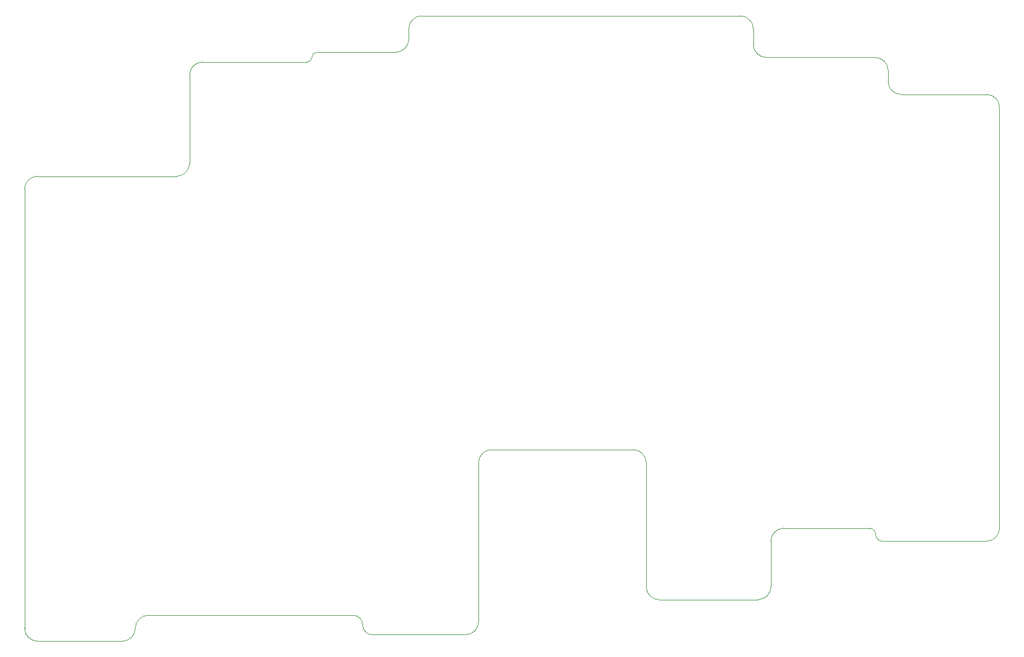
<source format=gbr>
G04 #@! TF.GenerationSoftware,KiCad,Pcbnew,5.1.7-a382d34a8~88~ubuntu18.04.1*
G04 #@! TF.CreationDate,2020-12-29T23:08:14-05:00*
G04 #@! TF.ProjectId,snowflake-right,736e6f77-666c-4616-9b65-2d7269676874,rev?*
G04 #@! TF.SameCoordinates,Original*
G04 #@! TF.FileFunction,Profile,NP*
%FSLAX46Y46*%
G04 Gerber Fmt 4.6, Leading zero omitted, Abs format (unit mm)*
G04 Created by KiCad (PCBNEW 5.1.7-a382d34a8~88~ubuntu18.04.1) date 2020-12-29 23:08:14*
%MOMM*%
%LPD*%
G01*
G04 APERTURE LIST*
G04 #@! TA.AperFunction,Profile*
%ADD10C,0.050000*%
G04 #@! TD*
G04 APERTURE END LIST*
D10*
X147650000Y-146550000D02*
G75*
G03*
X149650000Y-144550000I0J2000000D01*
G01*
X81750000Y-75950000D02*
G75*
G03*
X79750000Y-77950000I0J-2000000D01*
G01*
X103150000Y-75950000D02*
G75*
G03*
X105150000Y-73950000I0J2000000D01*
G01*
X107150000Y-58350000D02*
G75*
G03*
X105150000Y-60350000I0J-2000000D01*
G01*
X123250000Y-58350000D02*
G75*
G03*
X124000000Y-57600000I0J750000D01*
G01*
X124750000Y-56850000D02*
G75*
G03*
X124000000Y-57600000I0J-750000D01*
G01*
X138900000Y-53250000D02*
X138900000Y-54850000D01*
X140900000Y-51250000D02*
G75*
G03*
X138900000Y-53250000I0J-2000000D01*
G01*
X136900000Y-56850000D02*
G75*
G03*
X138900000Y-54850000I0J2000000D01*
G01*
X191950000Y-53250000D02*
X191950000Y-55650000D01*
X191950000Y-53250000D02*
G75*
G03*
X189950000Y-51250000I-2000000J0D01*
G01*
X191950000Y-55650000D02*
G75*
G03*
X193950000Y-57650000I2000000J0D01*
G01*
X212700000Y-59650000D02*
X212700000Y-61350000D01*
X212700000Y-59650000D02*
G75*
G03*
X210700000Y-57650000I-2000000J0D01*
G01*
X212700000Y-61350000D02*
G75*
G03*
X214700000Y-63350000I2000000J0D01*
G01*
X229850000Y-65350000D02*
G75*
G03*
X227850000Y-63350000I-2000000J0D01*
G01*
X227850000Y-132150000D02*
G75*
G03*
X229850000Y-130150000I0J2000000D01*
G01*
X210800000Y-131150000D02*
G75*
G03*
X211800000Y-132150000I1000000J0D01*
G01*
X210800000Y-131150000D02*
G75*
G03*
X209800000Y-130150000I-1000000J0D01*
G01*
X196650000Y-130150000D02*
G75*
G03*
X194650000Y-132150000I0J-2000000D01*
G01*
X192650000Y-141150000D02*
G75*
G03*
X194650000Y-139150000I0J2000000D01*
G01*
X175450000Y-139150000D02*
G75*
G03*
X177450000Y-141150000I2000000J0D01*
G01*
X175450000Y-120050000D02*
G75*
G03*
X173450000Y-118050000I-2000000J0D01*
G01*
X151650000Y-118050000D02*
G75*
G03*
X149650000Y-120050000I0J-2000000D01*
G01*
X131800000Y-145050000D02*
G75*
G03*
X133300000Y-146550000I1500000J0D01*
G01*
X131800000Y-145050000D02*
G75*
G03*
X130300000Y-143550000I-1500000J0D01*
G01*
X94800000Y-147550000D02*
G75*
G03*
X96800000Y-145550000I0J2000000D01*
G01*
X98800000Y-143550000D02*
G75*
G03*
X96800000Y-145550000I0J-2000000D01*
G01*
X79750000Y-145550000D02*
G75*
G03*
X81750000Y-147550000I2000000J0D01*
G01*
X94800000Y-147550000D02*
X81750000Y-147550000D01*
X130300000Y-143550000D02*
X98800000Y-143550000D01*
X147650000Y-146550000D02*
X133300000Y-146550000D01*
X149650000Y-120050000D02*
X149650000Y-144550000D01*
X173450000Y-118050000D02*
X151650000Y-118050000D01*
X175450000Y-139150000D02*
X175450000Y-120050000D01*
X192650000Y-141150000D02*
X177450000Y-141150000D01*
X194650000Y-132150000D02*
X194650000Y-139150000D01*
X209800000Y-130150000D02*
X196650000Y-130150000D01*
X227850000Y-132150000D02*
X211800000Y-132150000D01*
X229850000Y-65350000D02*
X229850000Y-130150000D01*
X214700000Y-63350000D02*
X227850000Y-63350000D01*
X193950000Y-57650000D02*
X210700000Y-57650000D01*
X140900000Y-51250000D02*
X189950000Y-51250000D01*
X124750000Y-56850000D02*
X136900000Y-56850000D01*
X107150000Y-58350000D02*
X123250000Y-58350000D01*
X105150000Y-73950000D02*
X105150000Y-60350000D01*
X81750000Y-75950000D02*
X103150000Y-75950000D01*
X79750000Y-145550000D02*
X79750000Y-77950000D01*
M02*

</source>
